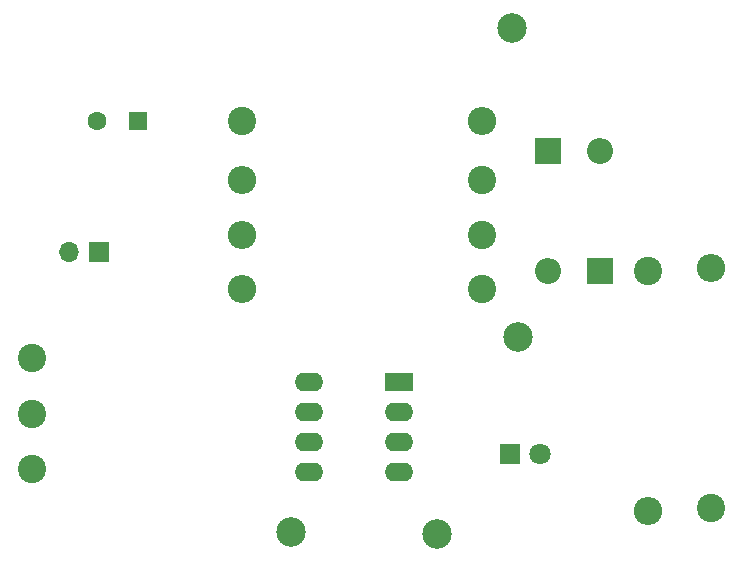
<source format=gbr>
%TF.GenerationSoftware,KiCad,Pcbnew,(6.0.9-0)*%
%TF.CreationDate,2023-01-30T19:32:23-05:00*%
%TF.ProjectId,LM741_Tester,4c4d3734-315f-4546-9573-7465722e6b69,rev?*%
%TF.SameCoordinates,Original*%
%TF.FileFunction,Copper,L2,Bot*%
%TF.FilePolarity,Positive*%
%FSLAX46Y46*%
G04 Gerber Fmt 4.6, Leading zero omitted, Abs format (unit mm)*
G04 Created by KiCad (PCBNEW (6.0.9-0)) date 2023-01-30 19:32:23*
%MOMM*%
%LPD*%
G01*
G04 APERTURE LIST*
%TA.AperFunction,ComponentPad*%
%ADD10C,2.500000*%
%TD*%
%TA.AperFunction,ComponentPad*%
%ADD11C,2.400000*%
%TD*%
%TA.AperFunction,ComponentPad*%
%ADD12C,1.600000*%
%TD*%
%TA.AperFunction,ComponentPad*%
%ADD13R,1.600000X1.600000*%
%TD*%
%TA.AperFunction,ComponentPad*%
%ADD14R,1.700000X1.700000*%
%TD*%
%TA.AperFunction,ComponentPad*%
%ADD15O,1.700000X1.700000*%
%TD*%
%TA.AperFunction,ComponentPad*%
%ADD16R,1.800000X1.800000*%
%TD*%
%TA.AperFunction,ComponentPad*%
%ADD17C,1.800000*%
%TD*%
%TA.AperFunction,ComponentPad*%
%ADD18R,2.400000X1.600000*%
%TD*%
%TA.AperFunction,ComponentPad*%
%ADD19O,2.400000X1.600000*%
%TD*%
%TA.AperFunction,ComponentPad*%
%ADD20O,2.400000X2.400000*%
%TD*%
%TA.AperFunction,ComponentPad*%
%ADD21R,2.200000X2.200000*%
%TD*%
%TA.AperFunction,ComponentPad*%
%ADD22O,2.200000X2.200000*%
%TD*%
G04 APERTURE END LIST*
D10*
%TO.P,REF2a,1*%
%TO.N,GND*%
X163830000Y-86614000D03*
%TD*%
%TO.P,REF1a,1*%
%TO.N,Net-(R2-Pad1)*%
X182499000Y-43942000D03*
%TD*%
%TO.P,REF1b,1*%
%TO.N,Net-(R2-Pad1)*%
X183007000Y-70104000D03*
%TD*%
D11*
%TO.P,SW3,1,1*%
%TO.N,unconnected-(SW3-Pad1)*%
X141859000Y-76582000D03*
%TD*%
%TO.P,SW1,1,1*%
%TO.N,Net-(SW1-Pad1)*%
X141859000Y-71882000D03*
%TD*%
%TO.P,SW2,1,1*%
%TO.N,Net-(SW2-Pad1)*%
X141859000Y-81282000D03*
%TD*%
D10*
%TO.P,REF2b,1*%
%TO.N,GND*%
X176149000Y-86741000D03*
%TD*%
D12*
%TO.P,C1,2*%
%TO.N,Net-(R2-Pad1)*%
X147376000Y-51816000D03*
D13*
%TO.P,C1,1*%
%TO.N,Net-(SW2-Pad1)*%
X150876000Y-51816000D03*
%TD*%
D14*
%TO.P,BT1,1,+*%
%TO.N,Net-(SW1-Pad1)*%
X147579000Y-62865000D03*
D15*
%TO.P,BT1,2,-*%
%TO.N,GND*%
X145039000Y-62865000D03*
%TD*%
D16*
%TO.P,D3,1,K*%
%TO.N,Net-(R4-Pad2)*%
X182367000Y-80010000D03*
D17*
%TO.P,D3,2,A*%
%TO.N,Net-(R1-Pad2)*%
X184907000Y-80010000D03*
%TD*%
D18*
%TO.P,U1,1,NULL*%
%TO.N,unconnected-(U1-Pad1)*%
X172964000Y-73924000D03*
D19*
%TO.P,U1,2,-*%
%TO.N,Net-(R2-Pad2)*%
X172964000Y-76464000D03*
%TO.P,U1,3,+*%
%TO.N,Net-(R3-Pad2)*%
X172964000Y-79004000D03*
%TO.P,U1,4,V-*%
%TO.N,GND*%
X172964000Y-81544000D03*
%TO.P,U1,5,NULL*%
%TO.N,unconnected-(U1-Pad5)*%
X165344000Y-81544000D03*
%TO.P,U1,6*%
%TO.N,Net-(R1-Pad1)*%
X165344000Y-79004000D03*
%TO.P,U1,7,V+*%
%TO.N,Net-(SW2-Pad1)*%
X165344000Y-76464000D03*
%TO.P,U1,8,NC*%
%TO.N,unconnected-(U1-Pad8)*%
X165344000Y-73924000D03*
%TD*%
D11*
%TO.P,R6,1*%
%TO.N,Net-(R2-Pad1)*%
X179959000Y-61468000D03*
D20*
%TO.P,R6,2*%
%TO.N,Net-(R1-Pad1)*%
X159639000Y-61468000D03*
%TD*%
D11*
%TO.P,R4,1*%
%TO.N,Net-(R3-Pad2)*%
X194056000Y-64516000D03*
D20*
%TO.P,R4,2*%
%TO.N,Net-(R4-Pad2)*%
X194056000Y-84836000D03*
%TD*%
D21*
%TO.P,D1,1,K*%
%TO.N,Net-(R2-Pad2)*%
X185547000Y-54356000D03*
D22*
%TO.P,D1,2,A*%
%TO.N,Net-(R3-Pad2)*%
X185547000Y-64516000D03*
%TD*%
D11*
%TO.P,R3,1*%
%TO.N,Net-(SW2-Pad1)*%
X159639000Y-51816000D03*
D20*
%TO.P,R3,2*%
%TO.N,Net-(R3-Pad2)*%
X179959000Y-51816000D03*
%TD*%
D11*
%TO.P,R2,1*%
%TO.N,Net-(R2-Pad1)*%
X179959000Y-66040000D03*
D20*
%TO.P,R2,2*%
%TO.N,Net-(R2-Pad2)*%
X159639000Y-66040000D03*
%TD*%
D21*
%TO.P,D2,1,K*%
%TO.N,Net-(R3-Pad2)*%
X189992000Y-64516000D03*
D22*
%TO.P,D2,2,A*%
%TO.N,Net-(R2-Pad2)*%
X189992000Y-54356000D03*
%TD*%
D11*
%TO.P,R1,1*%
%TO.N,Net-(R1-Pad1)*%
X199390000Y-84582000D03*
D20*
%TO.P,R1,2*%
%TO.N,Net-(R1-Pad2)*%
X199390000Y-64262000D03*
%TD*%
D11*
%TO.P,R5,1*%
%TO.N,Net-(R3-Pad2)*%
X179959000Y-56769000D03*
D20*
%TO.P,R5,2*%
%TO.N,Net-(R1-Pad1)*%
X159639000Y-56769000D03*
%TD*%
M02*

</source>
